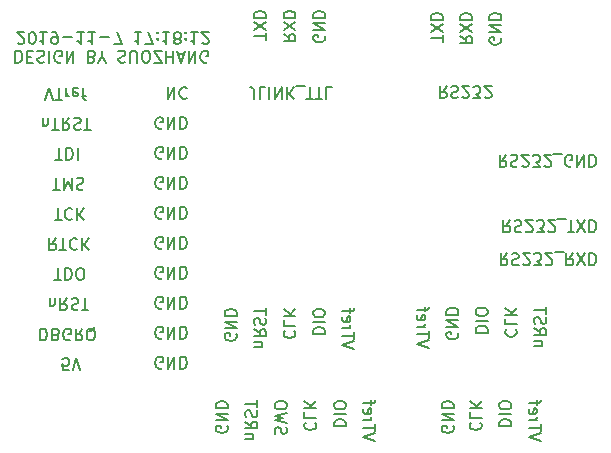
<source format=gbr>
%TF.GenerationSoftware,KiCad,Pcbnew,(5.1.4)-1*%
%TF.CreationDate,2019-11-11T10:46:24+08:00*%
%TF.ProjectId,jlink_vcom_to_rs232_adapter_plate,6a6c696e-6b5f-4766-936f-6d5f746f5f72,rev?*%
%TF.SameCoordinates,Original*%
%TF.FileFunction,Legend,Bot*%
%TF.FilePolarity,Positive*%
%FSLAX46Y46*%
G04 Gerber Fmt 4.6, Leading zero omitted, Abs format (unit mm)*
G04 Created by KiCad (PCBNEW (5.1.4)-1) date 2019-11-11 10:46:24*
%MOMM*%
%LPD*%
G04 APERTURE LIST*
%ADD10C,0.150000*%
G04 APERTURE END LIST*
D10*
X176643904Y-45632619D02*
X176977238Y-44632619D01*
X177310571Y-45632619D01*
X177501047Y-45632619D02*
X178072476Y-45632619D01*
X177786761Y-44632619D02*
X177786761Y-45632619D01*
X178405809Y-44632619D02*
X178405809Y-45299285D01*
X178405809Y-45108809D02*
X178453428Y-45204047D01*
X178501047Y-45251666D01*
X178596285Y-45299285D01*
X178691523Y-45299285D01*
X179405809Y-44680238D02*
X179310571Y-44632619D01*
X179120095Y-44632619D01*
X179024857Y-44680238D01*
X178977238Y-44775476D01*
X178977238Y-45156428D01*
X179024857Y-45251666D01*
X179120095Y-45299285D01*
X179310571Y-45299285D01*
X179405809Y-45251666D01*
X179453428Y-45156428D01*
X179453428Y-45061190D01*
X178977238Y-44965952D01*
X179739142Y-45299285D02*
X180120095Y-45299285D01*
X179882000Y-44632619D02*
X179882000Y-45489761D01*
X179929619Y-45585000D01*
X180024857Y-45632619D01*
X180120095Y-45632619D01*
X176455019Y-47844929D02*
X176455019Y-47178263D01*
X176455019Y-47749691D02*
X176502638Y-47797310D01*
X176597876Y-47844929D01*
X176740733Y-47844929D01*
X176835971Y-47797310D01*
X176883590Y-47702072D01*
X176883590Y-47178263D01*
X177216923Y-48178263D02*
X177788352Y-48178263D01*
X177502638Y-47178263D02*
X177502638Y-48178263D01*
X178693114Y-47178263D02*
X178359780Y-47654453D01*
X178121685Y-47178263D02*
X178121685Y-48178263D01*
X178502638Y-48178263D01*
X178597876Y-48130644D01*
X178645495Y-48083024D01*
X178693114Y-47987786D01*
X178693114Y-47844929D01*
X178645495Y-47749691D01*
X178597876Y-47702072D01*
X178502638Y-47654453D01*
X178121685Y-47654453D01*
X179074066Y-47225882D02*
X179216923Y-47178263D01*
X179455019Y-47178263D01*
X179550257Y-47225882D01*
X179597876Y-47273501D01*
X179645495Y-47368739D01*
X179645495Y-47463977D01*
X179597876Y-47559215D01*
X179550257Y-47606834D01*
X179455019Y-47654453D01*
X179264542Y-47702072D01*
X179169304Y-47749691D01*
X179121685Y-47797310D01*
X179074066Y-47892548D01*
X179074066Y-47987786D01*
X179121685Y-48083024D01*
X179169304Y-48130644D01*
X179264542Y-48178263D01*
X179502638Y-48178263D01*
X179645495Y-48130644D01*
X179931209Y-48178263D02*
X180502638Y-48178263D01*
X180216923Y-47178263D02*
X180216923Y-48178263D01*
X177510590Y-50723907D02*
X178082019Y-50723907D01*
X177796304Y-49723907D02*
X177796304Y-50723907D01*
X178415352Y-49723907D02*
X178415352Y-50723907D01*
X178653447Y-50723907D01*
X178796304Y-50676288D01*
X178891542Y-50581049D01*
X178939161Y-50485811D01*
X178986780Y-50295335D01*
X178986780Y-50152478D01*
X178939161Y-49962002D01*
X178891542Y-49866764D01*
X178796304Y-49771526D01*
X178653447Y-49723907D01*
X178415352Y-49723907D01*
X179415352Y-49723907D02*
X179415352Y-50723907D01*
X177302666Y-53269551D02*
X177874095Y-53269551D01*
X177588380Y-52269551D02*
X177588380Y-53269551D01*
X178207428Y-52269551D02*
X178207428Y-53269551D01*
X178540761Y-52555265D01*
X178874095Y-53269551D01*
X178874095Y-52269551D01*
X179302666Y-52317170D02*
X179445523Y-52269551D01*
X179683619Y-52269551D01*
X179778857Y-52317170D01*
X179826476Y-52364789D01*
X179874095Y-52460027D01*
X179874095Y-52555265D01*
X179826476Y-52650503D01*
X179778857Y-52698122D01*
X179683619Y-52745741D01*
X179493142Y-52793360D01*
X179397904Y-52840979D01*
X179350285Y-52888598D01*
X179302666Y-52983836D01*
X179302666Y-53079074D01*
X179350285Y-53174312D01*
X179397904Y-53221932D01*
X179493142Y-53269551D01*
X179731238Y-53269551D01*
X179874095Y-53221932D01*
X177451885Y-55815195D02*
X178023314Y-55815195D01*
X177737600Y-54815195D02*
X177737600Y-55815195D01*
X178928076Y-54910433D02*
X178880457Y-54862814D01*
X178737600Y-54815195D01*
X178642361Y-54815195D01*
X178499504Y-54862814D01*
X178404266Y-54958052D01*
X178356647Y-55053290D01*
X178309028Y-55243766D01*
X178309028Y-55386623D01*
X178356647Y-55577099D01*
X178404266Y-55672337D01*
X178499504Y-55767576D01*
X178642361Y-55815195D01*
X178737600Y-55815195D01*
X178880457Y-55767576D01*
X178928076Y-55719956D01*
X179356647Y-54815195D02*
X179356647Y-55815195D01*
X179928076Y-54815195D02*
X179499504Y-55386623D01*
X179928076Y-55815195D02*
X179356647Y-55243766D01*
X177564571Y-57360839D02*
X177231238Y-57837029D01*
X176993142Y-57360839D02*
X176993142Y-58360839D01*
X177374095Y-58360839D01*
X177469333Y-58313220D01*
X177516952Y-58265600D01*
X177564571Y-58170362D01*
X177564571Y-58027505D01*
X177516952Y-57932267D01*
X177469333Y-57884648D01*
X177374095Y-57837029D01*
X176993142Y-57837029D01*
X177850285Y-58360839D02*
X178421714Y-58360839D01*
X178136000Y-57360839D02*
X178136000Y-58360839D01*
X179326476Y-57456077D02*
X179278857Y-57408458D01*
X179136000Y-57360839D01*
X179040761Y-57360839D01*
X178897904Y-57408458D01*
X178802666Y-57503696D01*
X178755047Y-57598934D01*
X178707428Y-57789410D01*
X178707428Y-57932267D01*
X178755047Y-58122743D01*
X178802666Y-58217981D01*
X178897904Y-58313220D01*
X179040761Y-58360839D01*
X179136000Y-58360839D01*
X179278857Y-58313220D01*
X179326476Y-58265600D01*
X179755047Y-57360839D02*
X179755047Y-58360839D01*
X180326476Y-57360839D02*
X179897904Y-57932267D01*
X180326476Y-58360839D02*
X179755047Y-57789410D01*
X177428076Y-60906483D02*
X177999504Y-60906483D01*
X177713790Y-59906483D02*
X177713790Y-60906483D01*
X178332838Y-59906483D02*
X178332838Y-60906483D01*
X178570933Y-60906483D01*
X178713790Y-60858864D01*
X178809028Y-60763625D01*
X178856647Y-60668387D01*
X178904266Y-60477911D01*
X178904266Y-60335054D01*
X178856647Y-60144578D01*
X178809028Y-60049340D01*
X178713790Y-59954102D01*
X178570933Y-59906483D01*
X178332838Y-59906483D01*
X179523314Y-60906483D02*
X179713790Y-60906483D01*
X179809028Y-60858864D01*
X179904266Y-60763625D01*
X179951885Y-60573149D01*
X179951885Y-60239816D01*
X179904266Y-60049340D01*
X179809028Y-59954102D01*
X179713790Y-59906483D01*
X179523314Y-59906483D01*
X179428076Y-59954102D01*
X179332838Y-60049340D01*
X179285219Y-60239816D01*
X179285219Y-60573149D01*
X179332838Y-60763625D01*
X179428076Y-60858864D01*
X179523314Y-60906483D01*
X177013771Y-63118793D02*
X177013771Y-62452127D01*
X177013771Y-63023555D02*
X177061390Y-63071174D01*
X177156628Y-63118793D01*
X177299485Y-63118793D01*
X177394723Y-63071174D01*
X177442342Y-62975936D01*
X177442342Y-62452127D01*
X178489961Y-62452127D02*
X178156628Y-62928317D01*
X177918533Y-62452127D02*
X177918533Y-63452127D01*
X178299485Y-63452127D01*
X178394723Y-63404508D01*
X178442342Y-63356888D01*
X178489961Y-63261650D01*
X178489961Y-63118793D01*
X178442342Y-63023555D01*
X178394723Y-62975936D01*
X178299485Y-62928317D01*
X177918533Y-62928317D01*
X178870914Y-62499746D02*
X179013771Y-62452127D01*
X179251866Y-62452127D01*
X179347104Y-62499746D01*
X179394723Y-62547365D01*
X179442342Y-62642603D01*
X179442342Y-62737841D01*
X179394723Y-62833079D01*
X179347104Y-62880698D01*
X179251866Y-62928317D01*
X179061390Y-62975936D01*
X178966152Y-63023555D01*
X178918533Y-63071174D01*
X178870914Y-63166412D01*
X178870914Y-63261650D01*
X178918533Y-63356888D01*
X178966152Y-63404508D01*
X179061390Y-63452127D01*
X179299485Y-63452127D01*
X179442342Y-63404508D01*
X179728057Y-63452127D02*
X180299485Y-63452127D01*
X180013771Y-62452127D02*
X180013771Y-63452127D01*
X176223285Y-65028819D02*
X176223285Y-66028819D01*
X176461380Y-66028819D01*
X176604238Y-65981200D01*
X176699476Y-65885961D01*
X176747095Y-65790723D01*
X176794714Y-65600247D01*
X176794714Y-65457390D01*
X176747095Y-65266914D01*
X176699476Y-65171676D01*
X176604238Y-65076438D01*
X176461380Y-65028819D01*
X176223285Y-65028819D01*
X177556619Y-65552628D02*
X177699476Y-65505009D01*
X177747095Y-65457390D01*
X177794714Y-65362152D01*
X177794714Y-65219295D01*
X177747095Y-65124057D01*
X177699476Y-65076438D01*
X177604238Y-65028819D01*
X177223285Y-65028819D01*
X177223285Y-66028819D01*
X177556619Y-66028819D01*
X177651857Y-65981200D01*
X177699476Y-65933580D01*
X177747095Y-65838342D01*
X177747095Y-65743104D01*
X177699476Y-65647866D01*
X177651857Y-65600247D01*
X177556619Y-65552628D01*
X177223285Y-65552628D01*
X178747095Y-65981200D02*
X178651857Y-66028819D01*
X178509000Y-66028819D01*
X178366142Y-65981200D01*
X178270904Y-65885961D01*
X178223285Y-65790723D01*
X178175666Y-65600247D01*
X178175666Y-65457390D01*
X178223285Y-65266914D01*
X178270904Y-65171676D01*
X178366142Y-65076438D01*
X178509000Y-65028819D01*
X178604238Y-65028819D01*
X178747095Y-65076438D01*
X178794714Y-65124057D01*
X178794714Y-65457390D01*
X178604238Y-65457390D01*
X179794714Y-65028819D02*
X179461380Y-65505009D01*
X179223285Y-65028819D02*
X179223285Y-66028819D01*
X179604238Y-66028819D01*
X179699476Y-65981200D01*
X179747095Y-65933580D01*
X179794714Y-65838342D01*
X179794714Y-65695485D01*
X179747095Y-65600247D01*
X179699476Y-65552628D01*
X179604238Y-65505009D01*
X179223285Y-65505009D01*
X180889952Y-64933580D02*
X180794714Y-64981200D01*
X180699476Y-65076438D01*
X180556619Y-65219295D01*
X180461380Y-65266914D01*
X180366142Y-65266914D01*
X180413761Y-65028819D02*
X180318523Y-65076438D01*
X180223285Y-65171676D01*
X180175666Y-65362152D01*
X180175666Y-65695485D01*
X180223285Y-65885961D01*
X180318523Y-65981200D01*
X180413761Y-66028819D01*
X180604238Y-66028819D01*
X180699476Y-65981200D01*
X180794714Y-65885961D01*
X180842333Y-65695485D01*
X180842333Y-65362152D01*
X180794714Y-65171676D01*
X180699476Y-65076438D01*
X180604238Y-65028819D01*
X180413761Y-65028819D01*
X178623323Y-68543419D02*
X178147133Y-68543419D01*
X178099514Y-68067228D01*
X178147133Y-68114847D01*
X178242371Y-68162466D01*
X178480466Y-68162466D01*
X178575704Y-68114847D01*
X178623323Y-68067228D01*
X178670942Y-67971990D01*
X178670942Y-67733895D01*
X178623323Y-67638657D01*
X178575704Y-67591038D01*
X178480466Y-67543419D01*
X178242371Y-67543419D01*
X178147133Y-67591038D01*
X178099514Y-67638657D01*
X178956657Y-68543419D02*
X179289990Y-67543419D01*
X179623323Y-68543419D01*
X187011685Y-44573019D02*
X187011685Y-45573019D01*
X187583114Y-44573019D01*
X187583114Y-45573019D01*
X188630733Y-44668257D02*
X188583114Y-44620638D01*
X188440257Y-44573019D01*
X188345019Y-44573019D01*
X188202161Y-44620638D01*
X188106923Y-44715876D01*
X188059304Y-44811114D01*
X188011685Y-45001590D01*
X188011685Y-45144447D01*
X188059304Y-45334923D01*
X188106923Y-45430161D01*
X188202161Y-45525400D01*
X188345019Y-45573019D01*
X188440257Y-45573019D01*
X188583114Y-45525400D01*
X188630733Y-45477780D01*
X186535495Y-48062577D02*
X186440257Y-48110196D01*
X186297400Y-48110196D01*
X186154542Y-48062577D01*
X186059304Y-47967338D01*
X186011685Y-47872100D01*
X185964066Y-47681624D01*
X185964066Y-47538767D01*
X186011685Y-47348291D01*
X186059304Y-47253053D01*
X186154542Y-47157815D01*
X186297400Y-47110196D01*
X186392638Y-47110196D01*
X186535495Y-47157815D01*
X186583114Y-47205434D01*
X186583114Y-47538767D01*
X186392638Y-47538767D01*
X187011685Y-47110196D02*
X187011685Y-48110196D01*
X187583114Y-47110196D01*
X187583114Y-48110196D01*
X188059304Y-47110196D02*
X188059304Y-48110196D01*
X188297400Y-48110196D01*
X188440257Y-48062577D01*
X188535495Y-47967338D01*
X188583114Y-47872100D01*
X188630733Y-47681624D01*
X188630733Y-47538767D01*
X188583114Y-47348291D01*
X188535495Y-47253053D01*
X188440257Y-47157815D01*
X188297400Y-47110196D01*
X188059304Y-47110196D01*
X186535495Y-50599754D02*
X186440257Y-50647373D01*
X186297400Y-50647373D01*
X186154542Y-50599754D01*
X186059304Y-50504515D01*
X186011685Y-50409277D01*
X185964066Y-50218801D01*
X185964066Y-50075944D01*
X186011685Y-49885468D01*
X186059304Y-49790230D01*
X186154542Y-49694992D01*
X186297400Y-49647373D01*
X186392638Y-49647373D01*
X186535495Y-49694992D01*
X186583114Y-49742611D01*
X186583114Y-50075944D01*
X186392638Y-50075944D01*
X187011685Y-49647373D02*
X187011685Y-50647373D01*
X187583114Y-49647373D01*
X187583114Y-50647373D01*
X188059304Y-49647373D02*
X188059304Y-50647373D01*
X188297400Y-50647373D01*
X188440257Y-50599754D01*
X188535495Y-50504515D01*
X188583114Y-50409277D01*
X188630733Y-50218801D01*
X188630733Y-50075944D01*
X188583114Y-49885468D01*
X188535495Y-49790230D01*
X188440257Y-49694992D01*
X188297400Y-49647373D01*
X188059304Y-49647373D01*
X186535495Y-53136931D02*
X186440257Y-53184550D01*
X186297400Y-53184550D01*
X186154542Y-53136931D01*
X186059304Y-53041692D01*
X186011685Y-52946454D01*
X185964066Y-52755978D01*
X185964066Y-52613121D01*
X186011685Y-52422645D01*
X186059304Y-52327407D01*
X186154542Y-52232169D01*
X186297400Y-52184550D01*
X186392638Y-52184550D01*
X186535495Y-52232169D01*
X186583114Y-52279788D01*
X186583114Y-52613121D01*
X186392638Y-52613121D01*
X187011685Y-52184550D02*
X187011685Y-53184550D01*
X187583114Y-52184550D01*
X187583114Y-53184550D01*
X188059304Y-52184550D02*
X188059304Y-53184550D01*
X188297400Y-53184550D01*
X188440257Y-53136931D01*
X188535495Y-53041692D01*
X188583114Y-52946454D01*
X188630733Y-52755978D01*
X188630733Y-52613121D01*
X188583114Y-52422645D01*
X188535495Y-52327407D01*
X188440257Y-52232169D01*
X188297400Y-52184550D01*
X188059304Y-52184550D01*
X186535495Y-55674108D02*
X186440257Y-55721727D01*
X186297400Y-55721727D01*
X186154542Y-55674108D01*
X186059304Y-55578869D01*
X186011685Y-55483631D01*
X185964066Y-55293155D01*
X185964066Y-55150298D01*
X186011685Y-54959822D01*
X186059304Y-54864584D01*
X186154542Y-54769346D01*
X186297400Y-54721727D01*
X186392638Y-54721727D01*
X186535495Y-54769346D01*
X186583114Y-54816965D01*
X186583114Y-55150298D01*
X186392638Y-55150298D01*
X187011685Y-54721727D02*
X187011685Y-55721727D01*
X187583114Y-54721727D01*
X187583114Y-55721727D01*
X188059304Y-54721727D02*
X188059304Y-55721727D01*
X188297400Y-55721727D01*
X188440257Y-55674108D01*
X188535495Y-55578869D01*
X188583114Y-55483631D01*
X188630733Y-55293155D01*
X188630733Y-55150298D01*
X188583114Y-54959822D01*
X188535495Y-54864584D01*
X188440257Y-54769346D01*
X188297400Y-54721727D01*
X188059304Y-54721727D01*
X186535495Y-58211285D02*
X186440257Y-58258904D01*
X186297400Y-58258904D01*
X186154542Y-58211285D01*
X186059304Y-58116046D01*
X186011685Y-58020808D01*
X185964066Y-57830332D01*
X185964066Y-57687475D01*
X186011685Y-57496999D01*
X186059304Y-57401761D01*
X186154542Y-57306523D01*
X186297400Y-57258904D01*
X186392638Y-57258904D01*
X186535495Y-57306523D01*
X186583114Y-57354142D01*
X186583114Y-57687475D01*
X186392638Y-57687475D01*
X187011685Y-57258904D02*
X187011685Y-58258904D01*
X187583114Y-57258904D01*
X187583114Y-58258904D01*
X188059304Y-57258904D02*
X188059304Y-58258904D01*
X188297400Y-58258904D01*
X188440257Y-58211285D01*
X188535495Y-58116046D01*
X188583114Y-58020808D01*
X188630733Y-57830332D01*
X188630733Y-57687475D01*
X188583114Y-57496999D01*
X188535495Y-57401761D01*
X188440257Y-57306523D01*
X188297400Y-57258904D01*
X188059304Y-57258904D01*
X186535495Y-60748462D02*
X186440257Y-60796081D01*
X186297400Y-60796081D01*
X186154542Y-60748462D01*
X186059304Y-60653223D01*
X186011685Y-60557985D01*
X185964066Y-60367509D01*
X185964066Y-60224652D01*
X186011685Y-60034176D01*
X186059304Y-59938938D01*
X186154542Y-59843700D01*
X186297400Y-59796081D01*
X186392638Y-59796081D01*
X186535495Y-59843700D01*
X186583114Y-59891319D01*
X186583114Y-60224652D01*
X186392638Y-60224652D01*
X187011685Y-59796081D02*
X187011685Y-60796081D01*
X187583114Y-59796081D01*
X187583114Y-60796081D01*
X188059304Y-59796081D02*
X188059304Y-60796081D01*
X188297400Y-60796081D01*
X188440257Y-60748462D01*
X188535495Y-60653223D01*
X188583114Y-60557985D01*
X188630733Y-60367509D01*
X188630733Y-60224652D01*
X188583114Y-60034176D01*
X188535495Y-59938938D01*
X188440257Y-59843700D01*
X188297400Y-59796081D01*
X188059304Y-59796081D01*
X186535495Y-63285639D02*
X186440257Y-63333258D01*
X186297400Y-63333258D01*
X186154542Y-63285639D01*
X186059304Y-63190400D01*
X186011685Y-63095162D01*
X185964066Y-62904686D01*
X185964066Y-62761829D01*
X186011685Y-62571353D01*
X186059304Y-62476115D01*
X186154542Y-62380877D01*
X186297400Y-62333258D01*
X186392638Y-62333258D01*
X186535495Y-62380877D01*
X186583114Y-62428496D01*
X186583114Y-62761829D01*
X186392638Y-62761829D01*
X187011685Y-62333258D02*
X187011685Y-63333258D01*
X187583114Y-62333258D01*
X187583114Y-63333258D01*
X188059304Y-62333258D02*
X188059304Y-63333258D01*
X188297400Y-63333258D01*
X188440257Y-63285639D01*
X188535495Y-63190400D01*
X188583114Y-63095162D01*
X188630733Y-62904686D01*
X188630733Y-62761829D01*
X188583114Y-62571353D01*
X188535495Y-62476115D01*
X188440257Y-62380877D01*
X188297400Y-62333258D01*
X188059304Y-62333258D01*
X186535495Y-65822816D02*
X186440257Y-65870435D01*
X186297400Y-65870435D01*
X186154542Y-65822816D01*
X186059304Y-65727577D01*
X186011685Y-65632339D01*
X185964066Y-65441863D01*
X185964066Y-65299006D01*
X186011685Y-65108530D01*
X186059304Y-65013292D01*
X186154542Y-64918054D01*
X186297400Y-64870435D01*
X186392638Y-64870435D01*
X186535495Y-64918054D01*
X186583114Y-64965673D01*
X186583114Y-65299006D01*
X186392638Y-65299006D01*
X187011685Y-64870435D02*
X187011685Y-65870435D01*
X187583114Y-64870435D01*
X187583114Y-65870435D01*
X188059304Y-64870435D02*
X188059304Y-65870435D01*
X188297400Y-65870435D01*
X188440257Y-65822816D01*
X188535495Y-65727577D01*
X188583114Y-65632339D01*
X188630733Y-65441863D01*
X188630733Y-65299006D01*
X188583114Y-65108530D01*
X188535495Y-65013292D01*
X188440257Y-64918054D01*
X188297400Y-64870435D01*
X188059304Y-64870435D01*
X186535495Y-68360000D02*
X186440257Y-68407619D01*
X186297400Y-68407619D01*
X186154542Y-68360000D01*
X186059304Y-68264761D01*
X186011685Y-68169523D01*
X185964066Y-67979047D01*
X185964066Y-67836190D01*
X186011685Y-67645714D01*
X186059304Y-67550476D01*
X186154542Y-67455238D01*
X186297400Y-67407619D01*
X186392638Y-67407619D01*
X186535495Y-67455238D01*
X186583114Y-67502857D01*
X186583114Y-67836190D01*
X186392638Y-67836190D01*
X187011685Y-67407619D02*
X187011685Y-68407619D01*
X187583114Y-67407619D01*
X187583114Y-68407619D01*
X188059304Y-67407619D02*
X188059304Y-68407619D01*
X188297400Y-68407619D01*
X188440257Y-68360000D01*
X188535495Y-68264761D01*
X188583114Y-68169523D01*
X188630733Y-67979047D01*
X188630733Y-67836190D01*
X188583114Y-67645714D01*
X188535495Y-67550476D01*
X188440257Y-67455238D01*
X188297400Y-67407619D01*
X188059304Y-67407619D01*
X174299961Y-40838380D02*
X174347580Y-40886000D01*
X174442819Y-40933619D01*
X174680914Y-40933619D01*
X174776152Y-40886000D01*
X174823771Y-40838380D01*
X174871390Y-40743142D01*
X174871390Y-40647904D01*
X174823771Y-40505047D01*
X174252342Y-39933619D01*
X174871390Y-39933619D01*
X175490438Y-40933619D02*
X175585676Y-40933619D01*
X175680914Y-40886000D01*
X175728533Y-40838380D01*
X175776152Y-40743142D01*
X175823771Y-40552666D01*
X175823771Y-40314571D01*
X175776152Y-40124095D01*
X175728533Y-40028857D01*
X175680914Y-39981238D01*
X175585676Y-39933619D01*
X175490438Y-39933619D01*
X175395200Y-39981238D01*
X175347580Y-40028857D01*
X175299961Y-40124095D01*
X175252342Y-40314571D01*
X175252342Y-40552666D01*
X175299961Y-40743142D01*
X175347580Y-40838380D01*
X175395200Y-40886000D01*
X175490438Y-40933619D01*
X176776152Y-39933619D02*
X176204723Y-39933619D01*
X176490438Y-39933619D02*
X176490438Y-40933619D01*
X176395200Y-40790761D01*
X176299961Y-40695523D01*
X176204723Y-40647904D01*
X177252342Y-39933619D02*
X177442819Y-39933619D01*
X177538057Y-39981238D01*
X177585676Y-40028857D01*
X177680914Y-40171714D01*
X177728533Y-40362190D01*
X177728533Y-40743142D01*
X177680914Y-40838380D01*
X177633295Y-40886000D01*
X177538057Y-40933619D01*
X177347580Y-40933619D01*
X177252342Y-40886000D01*
X177204723Y-40838380D01*
X177157104Y-40743142D01*
X177157104Y-40505047D01*
X177204723Y-40409809D01*
X177252342Y-40362190D01*
X177347580Y-40314571D01*
X177538057Y-40314571D01*
X177633295Y-40362190D01*
X177680914Y-40409809D01*
X177728533Y-40505047D01*
X178157104Y-40314571D02*
X178919009Y-40314571D01*
X179919009Y-39933619D02*
X179347580Y-39933619D01*
X179633295Y-39933619D02*
X179633295Y-40933619D01*
X179538057Y-40790761D01*
X179442819Y-40695523D01*
X179347580Y-40647904D01*
X180871390Y-39933619D02*
X180299961Y-39933619D01*
X180585676Y-39933619D02*
X180585676Y-40933619D01*
X180490438Y-40790761D01*
X180395200Y-40695523D01*
X180299961Y-40647904D01*
X181299961Y-40314571D02*
X182061866Y-40314571D01*
X182442819Y-40933619D02*
X183109485Y-40933619D01*
X182680914Y-39933619D01*
X184776152Y-39933619D02*
X184204723Y-39933619D01*
X184490438Y-39933619D02*
X184490438Y-40933619D01*
X184395200Y-40790761D01*
X184299961Y-40695523D01*
X184204723Y-40647904D01*
X185109485Y-40933619D02*
X185776152Y-40933619D01*
X185347580Y-39933619D01*
X186157104Y-40028857D02*
X186204723Y-39981238D01*
X186157104Y-39933619D01*
X186109485Y-39981238D01*
X186157104Y-40028857D01*
X186157104Y-39933619D01*
X186157104Y-40552666D02*
X186204723Y-40505047D01*
X186157104Y-40457428D01*
X186109485Y-40505047D01*
X186157104Y-40552666D01*
X186157104Y-40457428D01*
X187157104Y-39933619D02*
X186585676Y-39933619D01*
X186871390Y-39933619D02*
X186871390Y-40933619D01*
X186776152Y-40790761D01*
X186680914Y-40695523D01*
X186585676Y-40647904D01*
X187728533Y-40505047D02*
X187633295Y-40552666D01*
X187585676Y-40600285D01*
X187538057Y-40695523D01*
X187538057Y-40743142D01*
X187585676Y-40838380D01*
X187633295Y-40886000D01*
X187728533Y-40933619D01*
X187919009Y-40933619D01*
X188014247Y-40886000D01*
X188061866Y-40838380D01*
X188109485Y-40743142D01*
X188109485Y-40695523D01*
X188061866Y-40600285D01*
X188014247Y-40552666D01*
X187919009Y-40505047D01*
X187728533Y-40505047D01*
X187633295Y-40457428D01*
X187585676Y-40409809D01*
X187538057Y-40314571D01*
X187538057Y-40124095D01*
X187585676Y-40028857D01*
X187633295Y-39981238D01*
X187728533Y-39933619D01*
X187919009Y-39933619D01*
X188014247Y-39981238D01*
X188061866Y-40028857D01*
X188109485Y-40124095D01*
X188109485Y-40314571D01*
X188061866Y-40409809D01*
X188014247Y-40457428D01*
X187919009Y-40505047D01*
X188538057Y-40028857D02*
X188585676Y-39981238D01*
X188538057Y-39933619D01*
X188490438Y-39981238D01*
X188538057Y-40028857D01*
X188538057Y-39933619D01*
X188538057Y-40552666D02*
X188585676Y-40505047D01*
X188538057Y-40457428D01*
X188490438Y-40505047D01*
X188538057Y-40552666D01*
X188538057Y-40457428D01*
X189538057Y-39933619D02*
X188966628Y-39933619D01*
X189252342Y-39933619D02*
X189252342Y-40933619D01*
X189157104Y-40790761D01*
X189061866Y-40695523D01*
X188966628Y-40647904D01*
X189919009Y-40838380D02*
X189966628Y-40886000D01*
X190061866Y-40933619D01*
X190299961Y-40933619D01*
X190395200Y-40886000D01*
X190442819Y-40838380D01*
X190490438Y-40743142D01*
X190490438Y-40647904D01*
X190442819Y-40505047D01*
X189871390Y-39933619D01*
X190490438Y-39933619D01*
X174123752Y-41508419D02*
X174123752Y-42508419D01*
X174361847Y-42508419D01*
X174504704Y-42460800D01*
X174599942Y-42365561D01*
X174647561Y-42270323D01*
X174695180Y-42079847D01*
X174695180Y-41936990D01*
X174647561Y-41746514D01*
X174599942Y-41651276D01*
X174504704Y-41556038D01*
X174361847Y-41508419D01*
X174123752Y-41508419D01*
X175123752Y-42032228D02*
X175457085Y-42032228D01*
X175599942Y-41508419D02*
X175123752Y-41508419D01*
X175123752Y-42508419D01*
X175599942Y-42508419D01*
X175980895Y-41556038D02*
X176123752Y-41508419D01*
X176361847Y-41508419D01*
X176457085Y-41556038D01*
X176504704Y-41603657D01*
X176552323Y-41698895D01*
X176552323Y-41794133D01*
X176504704Y-41889371D01*
X176457085Y-41936990D01*
X176361847Y-41984609D01*
X176171371Y-42032228D01*
X176076133Y-42079847D01*
X176028514Y-42127466D01*
X175980895Y-42222704D01*
X175980895Y-42317942D01*
X176028514Y-42413180D01*
X176076133Y-42460800D01*
X176171371Y-42508419D01*
X176409466Y-42508419D01*
X176552323Y-42460800D01*
X176980895Y-41508419D02*
X176980895Y-42508419D01*
X177980895Y-42460800D02*
X177885657Y-42508419D01*
X177742800Y-42508419D01*
X177599942Y-42460800D01*
X177504704Y-42365561D01*
X177457085Y-42270323D01*
X177409466Y-42079847D01*
X177409466Y-41936990D01*
X177457085Y-41746514D01*
X177504704Y-41651276D01*
X177599942Y-41556038D01*
X177742800Y-41508419D01*
X177838038Y-41508419D01*
X177980895Y-41556038D01*
X178028514Y-41603657D01*
X178028514Y-41936990D01*
X177838038Y-41936990D01*
X178457085Y-41508419D02*
X178457085Y-42508419D01*
X179028514Y-41508419D01*
X179028514Y-42508419D01*
X180599942Y-42032228D02*
X180742800Y-41984609D01*
X180790419Y-41936990D01*
X180838038Y-41841752D01*
X180838038Y-41698895D01*
X180790419Y-41603657D01*
X180742800Y-41556038D01*
X180647561Y-41508419D01*
X180266609Y-41508419D01*
X180266609Y-42508419D01*
X180599942Y-42508419D01*
X180695180Y-42460800D01*
X180742800Y-42413180D01*
X180790419Y-42317942D01*
X180790419Y-42222704D01*
X180742800Y-42127466D01*
X180695180Y-42079847D01*
X180599942Y-42032228D01*
X180266609Y-42032228D01*
X181457085Y-41984609D02*
X181457085Y-41508419D01*
X181123752Y-42508419D02*
X181457085Y-41984609D01*
X181790419Y-42508419D01*
X182838038Y-41556038D02*
X182980895Y-41508419D01*
X183218990Y-41508419D01*
X183314228Y-41556038D01*
X183361847Y-41603657D01*
X183409466Y-41698895D01*
X183409466Y-41794133D01*
X183361847Y-41889371D01*
X183314228Y-41936990D01*
X183218990Y-41984609D01*
X183028514Y-42032228D01*
X182933276Y-42079847D01*
X182885657Y-42127466D01*
X182838038Y-42222704D01*
X182838038Y-42317942D01*
X182885657Y-42413180D01*
X182933276Y-42460800D01*
X183028514Y-42508419D01*
X183266609Y-42508419D01*
X183409466Y-42460800D01*
X183838038Y-42508419D02*
X183838038Y-41698895D01*
X183885657Y-41603657D01*
X183933276Y-41556038D01*
X184028514Y-41508419D01*
X184218990Y-41508419D01*
X184314228Y-41556038D01*
X184361847Y-41603657D01*
X184409466Y-41698895D01*
X184409466Y-42508419D01*
X185076133Y-42508419D02*
X185266609Y-42508419D01*
X185361847Y-42460800D01*
X185457085Y-42365561D01*
X185504704Y-42175085D01*
X185504704Y-41841752D01*
X185457085Y-41651276D01*
X185361847Y-41556038D01*
X185266609Y-41508419D01*
X185076133Y-41508419D01*
X184980895Y-41556038D01*
X184885657Y-41651276D01*
X184838038Y-41841752D01*
X184838038Y-42175085D01*
X184885657Y-42365561D01*
X184980895Y-42460800D01*
X185076133Y-42508419D01*
X185838038Y-42508419D02*
X186504704Y-42508419D01*
X185838038Y-41508419D01*
X186504704Y-41508419D01*
X186885657Y-41508419D02*
X186885657Y-42508419D01*
X186885657Y-42032228D02*
X187457085Y-42032228D01*
X187457085Y-41508419D02*
X187457085Y-42508419D01*
X187885657Y-41794133D02*
X188361847Y-41794133D01*
X187790419Y-41508419D02*
X188123752Y-42508419D01*
X188457085Y-41508419D01*
X188790419Y-41508419D02*
X188790419Y-42508419D01*
X189361847Y-41508419D01*
X189361847Y-42508419D01*
X190361847Y-42460800D02*
X190266609Y-42508419D01*
X190123752Y-42508419D01*
X189980895Y-42460800D01*
X189885657Y-42365561D01*
X189838038Y-42270323D01*
X189790419Y-42079847D01*
X189790419Y-41936990D01*
X189838038Y-41746514D01*
X189885657Y-41651276D01*
X189980895Y-41556038D01*
X190123752Y-41508419D01*
X190218990Y-41508419D01*
X190361847Y-41556038D01*
X190409466Y-41603657D01*
X190409466Y-41936990D01*
X190218990Y-41936990D01*
X215677581Y-50322219D02*
X215344247Y-50798409D01*
X215106152Y-50322219D02*
X215106152Y-51322219D01*
X215487104Y-51322219D01*
X215582342Y-51274600D01*
X215629961Y-51226980D01*
X215677581Y-51131742D01*
X215677581Y-50988885D01*
X215629961Y-50893647D01*
X215582342Y-50846028D01*
X215487104Y-50798409D01*
X215106152Y-50798409D01*
X216058533Y-50369838D02*
X216201390Y-50322219D01*
X216439485Y-50322219D01*
X216534723Y-50369838D01*
X216582342Y-50417457D01*
X216629961Y-50512695D01*
X216629961Y-50607933D01*
X216582342Y-50703171D01*
X216534723Y-50750790D01*
X216439485Y-50798409D01*
X216249009Y-50846028D01*
X216153771Y-50893647D01*
X216106152Y-50941266D01*
X216058533Y-51036504D01*
X216058533Y-51131742D01*
X216106152Y-51226980D01*
X216153771Y-51274600D01*
X216249009Y-51322219D01*
X216487104Y-51322219D01*
X216629961Y-51274600D01*
X217010914Y-51226980D02*
X217058533Y-51274600D01*
X217153771Y-51322219D01*
X217391866Y-51322219D01*
X217487104Y-51274600D01*
X217534723Y-51226980D01*
X217582342Y-51131742D01*
X217582342Y-51036504D01*
X217534723Y-50893647D01*
X216963295Y-50322219D01*
X217582342Y-50322219D01*
X217915676Y-51322219D02*
X218534723Y-51322219D01*
X218201390Y-50941266D01*
X218344247Y-50941266D01*
X218439485Y-50893647D01*
X218487104Y-50846028D01*
X218534723Y-50750790D01*
X218534723Y-50512695D01*
X218487104Y-50417457D01*
X218439485Y-50369838D01*
X218344247Y-50322219D01*
X218058533Y-50322219D01*
X217963295Y-50369838D01*
X217915676Y-50417457D01*
X218915676Y-51226980D02*
X218963295Y-51274600D01*
X219058533Y-51322219D01*
X219296628Y-51322219D01*
X219391866Y-51274600D01*
X219439485Y-51226980D01*
X219487104Y-51131742D01*
X219487104Y-51036504D01*
X219439485Y-50893647D01*
X218868057Y-50322219D01*
X219487104Y-50322219D01*
X219677581Y-50226980D02*
X220439485Y-50226980D01*
X221201390Y-51274600D02*
X221106152Y-51322219D01*
X220963295Y-51322219D01*
X220820438Y-51274600D01*
X220725200Y-51179361D01*
X220677581Y-51084123D01*
X220629961Y-50893647D01*
X220629961Y-50750790D01*
X220677581Y-50560314D01*
X220725200Y-50465076D01*
X220820438Y-50369838D01*
X220963295Y-50322219D01*
X221058533Y-50322219D01*
X221201390Y-50369838D01*
X221249009Y-50417457D01*
X221249009Y-50750790D01*
X221058533Y-50750790D01*
X221677581Y-50322219D02*
X221677581Y-51322219D01*
X222249009Y-50322219D01*
X222249009Y-51322219D01*
X222725200Y-50322219D02*
X222725200Y-51322219D01*
X222963295Y-51322219D01*
X223106152Y-51274600D01*
X223201390Y-51179361D01*
X223249009Y-51084123D01*
X223296628Y-50893647D01*
X223296628Y-50750790D01*
X223249009Y-50560314D01*
X223201390Y-50465076D01*
X223106152Y-50369838D01*
X222963295Y-50322219D01*
X222725200Y-50322219D01*
X215772819Y-58653419D02*
X215439485Y-59129609D01*
X215201390Y-58653419D02*
X215201390Y-59653419D01*
X215582342Y-59653419D01*
X215677580Y-59605800D01*
X215725200Y-59558180D01*
X215772819Y-59462942D01*
X215772819Y-59320085D01*
X215725200Y-59224847D01*
X215677580Y-59177228D01*
X215582342Y-59129609D01*
X215201390Y-59129609D01*
X216153771Y-58701038D02*
X216296628Y-58653419D01*
X216534723Y-58653419D01*
X216629961Y-58701038D01*
X216677580Y-58748657D01*
X216725200Y-58843895D01*
X216725200Y-58939133D01*
X216677580Y-59034371D01*
X216629961Y-59081990D01*
X216534723Y-59129609D01*
X216344247Y-59177228D01*
X216249009Y-59224847D01*
X216201390Y-59272466D01*
X216153771Y-59367704D01*
X216153771Y-59462942D01*
X216201390Y-59558180D01*
X216249009Y-59605800D01*
X216344247Y-59653419D01*
X216582342Y-59653419D01*
X216725200Y-59605800D01*
X217106152Y-59558180D02*
X217153771Y-59605800D01*
X217249009Y-59653419D01*
X217487104Y-59653419D01*
X217582342Y-59605800D01*
X217629961Y-59558180D01*
X217677580Y-59462942D01*
X217677580Y-59367704D01*
X217629961Y-59224847D01*
X217058533Y-58653419D01*
X217677580Y-58653419D01*
X218010914Y-59653419D02*
X218629961Y-59653419D01*
X218296628Y-59272466D01*
X218439485Y-59272466D01*
X218534723Y-59224847D01*
X218582342Y-59177228D01*
X218629961Y-59081990D01*
X218629961Y-58843895D01*
X218582342Y-58748657D01*
X218534723Y-58701038D01*
X218439485Y-58653419D01*
X218153771Y-58653419D01*
X218058533Y-58701038D01*
X218010914Y-58748657D01*
X219010914Y-59558180D02*
X219058533Y-59605800D01*
X219153771Y-59653419D01*
X219391866Y-59653419D01*
X219487104Y-59605800D01*
X219534723Y-59558180D01*
X219582342Y-59462942D01*
X219582342Y-59367704D01*
X219534723Y-59224847D01*
X218963295Y-58653419D01*
X219582342Y-58653419D01*
X219772819Y-58558180D02*
X220534723Y-58558180D01*
X221344247Y-58653419D02*
X221010914Y-59129609D01*
X220772819Y-58653419D02*
X220772819Y-59653419D01*
X221153771Y-59653419D01*
X221249009Y-59605800D01*
X221296628Y-59558180D01*
X221344247Y-59462942D01*
X221344247Y-59320085D01*
X221296628Y-59224847D01*
X221249009Y-59177228D01*
X221153771Y-59129609D01*
X220772819Y-59129609D01*
X221677580Y-59653419D02*
X222344247Y-58653419D01*
X222344247Y-59653419D02*
X221677580Y-58653419D01*
X222725200Y-58653419D02*
X222725200Y-59653419D01*
X222963295Y-59653419D01*
X223106152Y-59605800D01*
X223201390Y-59510561D01*
X223249009Y-59415323D01*
X223296628Y-59224847D01*
X223296628Y-59081990D01*
X223249009Y-58891514D01*
X223201390Y-58796276D01*
X223106152Y-58701038D01*
X222963295Y-58653419D01*
X222725200Y-58653419D01*
X216010914Y-55859419D02*
X215677581Y-56335609D01*
X215439486Y-55859419D02*
X215439486Y-56859419D01*
X215820438Y-56859419D01*
X215915676Y-56811800D01*
X215963295Y-56764180D01*
X216010914Y-56668942D01*
X216010914Y-56526085D01*
X215963295Y-56430847D01*
X215915676Y-56383228D01*
X215820438Y-56335609D01*
X215439486Y-56335609D01*
X216391867Y-55907038D02*
X216534724Y-55859419D01*
X216772819Y-55859419D01*
X216868057Y-55907038D01*
X216915676Y-55954657D01*
X216963295Y-56049895D01*
X216963295Y-56145133D01*
X216915676Y-56240371D01*
X216868057Y-56287990D01*
X216772819Y-56335609D01*
X216582343Y-56383228D01*
X216487105Y-56430847D01*
X216439486Y-56478466D01*
X216391867Y-56573704D01*
X216391867Y-56668942D01*
X216439486Y-56764180D01*
X216487105Y-56811800D01*
X216582343Y-56859419D01*
X216820438Y-56859419D01*
X216963295Y-56811800D01*
X217344248Y-56764180D02*
X217391867Y-56811800D01*
X217487105Y-56859419D01*
X217725200Y-56859419D01*
X217820438Y-56811800D01*
X217868057Y-56764180D01*
X217915676Y-56668942D01*
X217915676Y-56573704D01*
X217868057Y-56430847D01*
X217296628Y-55859419D01*
X217915676Y-55859419D01*
X218249009Y-56859419D02*
X218868057Y-56859419D01*
X218534724Y-56478466D01*
X218677581Y-56478466D01*
X218772819Y-56430847D01*
X218820438Y-56383228D01*
X218868057Y-56287990D01*
X218868057Y-56049895D01*
X218820438Y-55954657D01*
X218772819Y-55907038D01*
X218677581Y-55859419D01*
X218391867Y-55859419D01*
X218296628Y-55907038D01*
X218249009Y-55954657D01*
X219249009Y-56764180D02*
X219296628Y-56811800D01*
X219391867Y-56859419D01*
X219629962Y-56859419D01*
X219725200Y-56811800D01*
X219772819Y-56764180D01*
X219820438Y-56668942D01*
X219820438Y-56573704D01*
X219772819Y-56430847D01*
X219201390Y-55859419D01*
X219820438Y-55859419D01*
X220010914Y-55764180D02*
X220772819Y-55764180D01*
X220868057Y-56859419D02*
X221439486Y-56859419D01*
X221153771Y-55859419D02*
X221153771Y-56859419D01*
X221677581Y-56859419D02*
X222344248Y-55859419D01*
X222344248Y-56859419D02*
X221677581Y-55859419D01*
X222725200Y-55859419D02*
X222725200Y-56859419D01*
X222963295Y-56859419D01*
X223106152Y-56811800D01*
X223201390Y-56716561D01*
X223249009Y-56621323D01*
X223296628Y-56430847D01*
X223296628Y-56287990D01*
X223249009Y-56097514D01*
X223201390Y-56002276D01*
X223106152Y-55907038D01*
X222963295Y-55859419D01*
X222725200Y-55859419D01*
X210619561Y-44505619D02*
X210286228Y-44981809D01*
X210048133Y-44505619D02*
X210048133Y-45505619D01*
X210429085Y-45505619D01*
X210524323Y-45458000D01*
X210571942Y-45410380D01*
X210619561Y-45315142D01*
X210619561Y-45172285D01*
X210571942Y-45077047D01*
X210524323Y-45029428D01*
X210429085Y-44981809D01*
X210048133Y-44981809D01*
X211000514Y-44553238D02*
X211143371Y-44505619D01*
X211381466Y-44505619D01*
X211476704Y-44553238D01*
X211524323Y-44600857D01*
X211571942Y-44696095D01*
X211571942Y-44791333D01*
X211524323Y-44886571D01*
X211476704Y-44934190D01*
X211381466Y-44981809D01*
X211190990Y-45029428D01*
X211095752Y-45077047D01*
X211048133Y-45124666D01*
X211000514Y-45219904D01*
X211000514Y-45315142D01*
X211048133Y-45410380D01*
X211095752Y-45458000D01*
X211190990Y-45505619D01*
X211429085Y-45505619D01*
X211571942Y-45458000D01*
X211952895Y-45410380D02*
X212000514Y-45458000D01*
X212095752Y-45505619D01*
X212333847Y-45505619D01*
X212429085Y-45458000D01*
X212476704Y-45410380D01*
X212524323Y-45315142D01*
X212524323Y-45219904D01*
X212476704Y-45077047D01*
X211905276Y-44505619D01*
X212524323Y-44505619D01*
X212857657Y-45505619D02*
X213476704Y-45505619D01*
X213143371Y-45124666D01*
X213286228Y-45124666D01*
X213381466Y-45077047D01*
X213429085Y-45029428D01*
X213476704Y-44934190D01*
X213476704Y-44696095D01*
X213429085Y-44600857D01*
X213381466Y-44553238D01*
X213286228Y-44505619D01*
X213000514Y-44505619D01*
X212905276Y-44553238D01*
X212857657Y-44600857D01*
X213857657Y-45410380D02*
X213905276Y-45458000D01*
X214000514Y-45505619D01*
X214238609Y-45505619D01*
X214333847Y-45458000D01*
X214381466Y-45410380D01*
X214429085Y-45315142D01*
X214429085Y-45219904D01*
X214381466Y-45077047D01*
X213810038Y-44505619D01*
X214429085Y-44505619D01*
X194335171Y-45581819D02*
X194335171Y-44867533D01*
X194287552Y-44724676D01*
X194192314Y-44629438D01*
X194049457Y-44581819D01*
X193954219Y-44581819D01*
X195287552Y-44581819D02*
X194811361Y-44581819D01*
X194811361Y-45581819D01*
X195620885Y-44581819D02*
X195620885Y-45581819D01*
X196097076Y-44581819D02*
X196097076Y-45581819D01*
X196668504Y-44581819D01*
X196668504Y-45581819D01*
X197144695Y-44581819D02*
X197144695Y-45581819D01*
X197716123Y-44581819D02*
X197287552Y-45153247D01*
X197716123Y-45581819D02*
X197144695Y-45010390D01*
X197906600Y-44486580D02*
X198668504Y-44486580D01*
X198763742Y-45581819D02*
X199335171Y-45581819D01*
X199049457Y-44581819D02*
X199049457Y-45581819D01*
X199525647Y-45581819D02*
X200097076Y-45581819D01*
X199811361Y-44581819D02*
X199811361Y-45581819D01*
X200906600Y-44581819D02*
X200430409Y-44581819D01*
X200430409Y-45581819D01*
X215204000Y-40411304D02*
X215251619Y-40506542D01*
X215251619Y-40649400D01*
X215204000Y-40792257D01*
X215108761Y-40887495D01*
X215013523Y-40935114D01*
X214823047Y-40982733D01*
X214680190Y-40982733D01*
X214489714Y-40935114D01*
X214394476Y-40887495D01*
X214299238Y-40792257D01*
X214251619Y-40649400D01*
X214251619Y-40554161D01*
X214299238Y-40411304D01*
X214346857Y-40363685D01*
X214680190Y-40363685D01*
X214680190Y-40554161D01*
X214251619Y-39935114D02*
X215251619Y-39935114D01*
X214251619Y-39363685D01*
X215251619Y-39363685D01*
X214251619Y-38887495D02*
X215251619Y-38887495D01*
X215251619Y-38649400D01*
X215204000Y-38506542D01*
X215108761Y-38411304D01*
X215013523Y-38363685D01*
X214823047Y-38316066D01*
X214680190Y-38316066D01*
X214489714Y-38363685D01*
X214394476Y-38411304D01*
X214299238Y-38506542D01*
X214251619Y-38649400D01*
X214251619Y-38887495D01*
X211775119Y-40268447D02*
X212251309Y-40601781D01*
X211775119Y-40839876D02*
X212775119Y-40839876D01*
X212775119Y-40458923D01*
X212727500Y-40363685D01*
X212679880Y-40316066D01*
X212584642Y-40268447D01*
X212441785Y-40268447D01*
X212346547Y-40316066D01*
X212298928Y-40363685D01*
X212251309Y-40458923D01*
X212251309Y-40839876D01*
X212775119Y-39935114D02*
X211775119Y-39268447D01*
X212775119Y-39268447D02*
X211775119Y-39935114D01*
X211775119Y-38887495D02*
X212775119Y-38887495D01*
X212775119Y-38649400D01*
X212727500Y-38506542D01*
X212632261Y-38411304D01*
X212537023Y-38363685D01*
X212346547Y-38316066D01*
X212203690Y-38316066D01*
X212013214Y-38363685D01*
X211917976Y-38411304D01*
X211822738Y-38506542D01*
X211775119Y-38649400D01*
X211775119Y-38887495D01*
X210298619Y-40744638D02*
X210298619Y-40173210D01*
X209298619Y-40458924D02*
X210298619Y-40458924D01*
X210298619Y-39935114D02*
X209298619Y-39268448D01*
X210298619Y-39268448D02*
X209298619Y-39935114D01*
X209298619Y-38887495D02*
X210298619Y-38887495D01*
X210298619Y-38649400D01*
X210251000Y-38506543D01*
X210155761Y-38411305D01*
X210060523Y-38363686D01*
X209870047Y-38316067D01*
X209727190Y-38316067D01*
X209536714Y-38363686D01*
X209441476Y-38411305D01*
X209346238Y-38506543D01*
X209298619Y-38649400D01*
X209298619Y-38887495D01*
X195312619Y-40566838D02*
X195312619Y-39995410D01*
X194312619Y-40281124D02*
X195312619Y-40281124D01*
X195312619Y-39757314D02*
X194312619Y-39090648D01*
X195312619Y-39090648D02*
X194312619Y-39757314D01*
X194312619Y-38709695D02*
X195312619Y-38709695D01*
X195312619Y-38471600D01*
X195265000Y-38328743D01*
X195169761Y-38233505D01*
X195074523Y-38185886D01*
X194884047Y-38138267D01*
X194741190Y-38138267D01*
X194550714Y-38185886D01*
X194455476Y-38233505D01*
X194360238Y-38328743D01*
X194312619Y-38471600D01*
X194312619Y-38709695D01*
X196827219Y-40090647D02*
X197303409Y-40423981D01*
X196827219Y-40662076D02*
X197827219Y-40662076D01*
X197827219Y-40281123D01*
X197779600Y-40185885D01*
X197731980Y-40138266D01*
X197636742Y-40090647D01*
X197493885Y-40090647D01*
X197398647Y-40138266D01*
X197351028Y-40185885D01*
X197303409Y-40281123D01*
X197303409Y-40662076D01*
X197827219Y-39757314D02*
X196827219Y-39090647D01*
X197827219Y-39090647D02*
X196827219Y-39757314D01*
X196827219Y-38709695D02*
X197827219Y-38709695D01*
X197827219Y-38471600D01*
X197779600Y-38328742D01*
X197684361Y-38233504D01*
X197589123Y-38185885D01*
X197398647Y-38138266D01*
X197255790Y-38138266D01*
X197065314Y-38185885D01*
X196970076Y-38233504D01*
X196874838Y-38328742D01*
X196827219Y-38471600D01*
X196827219Y-38709695D01*
X200294200Y-40233504D02*
X200341819Y-40328742D01*
X200341819Y-40471600D01*
X200294200Y-40614457D01*
X200198961Y-40709695D01*
X200103723Y-40757314D01*
X199913247Y-40804933D01*
X199770390Y-40804933D01*
X199579914Y-40757314D01*
X199484676Y-40709695D01*
X199389438Y-40614457D01*
X199341819Y-40471600D01*
X199341819Y-40376361D01*
X199389438Y-40233504D01*
X199437057Y-40185885D01*
X199770390Y-40185885D01*
X199770390Y-40376361D01*
X199341819Y-39757314D02*
X200341819Y-39757314D01*
X199341819Y-39185885D01*
X200341819Y-39185885D01*
X199341819Y-38709695D02*
X200341819Y-38709695D01*
X200341819Y-38471600D01*
X200294200Y-38328742D01*
X200198961Y-38233504D01*
X200103723Y-38185885D01*
X199913247Y-38138266D01*
X199770390Y-38138266D01*
X199579914Y-38185885D01*
X199484676Y-38233504D01*
X199389438Y-38328742D01*
X199341819Y-38471600D01*
X199341819Y-38709695D01*
X211565450Y-65373189D02*
X211613069Y-65468427D01*
X211613069Y-65611285D01*
X211565450Y-65754142D01*
X211470211Y-65849380D01*
X211374973Y-65896999D01*
X211184497Y-65944618D01*
X211041640Y-65944618D01*
X210851164Y-65896999D01*
X210755926Y-65849380D01*
X210660688Y-65754142D01*
X210613069Y-65611285D01*
X210613069Y-65516046D01*
X210660688Y-65373189D01*
X210708307Y-65325570D01*
X211041640Y-65325570D01*
X211041640Y-65516046D01*
X210613069Y-64896999D02*
X211613069Y-64896999D01*
X210613069Y-64325570D01*
X211613069Y-64325570D01*
X210613069Y-63849380D02*
X211613069Y-63849380D01*
X211613069Y-63611285D01*
X211565450Y-63468427D01*
X211470211Y-63373189D01*
X211374973Y-63325570D01*
X211184497Y-63277951D01*
X211041640Y-63277951D01*
X210851164Y-63325570D01*
X210755926Y-63373189D01*
X210660688Y-63468427D01*
X210613069Y-63611285D01*
X210613069Y-63849380D01*
X209130219Y-66658904D02*
X208130219Y-66325570D01*
X209130219Y-65992237D01*
X209130219Y-65801761D02*
X209130219Y-65230332D01*
X208130219Y-65516047D02*
X209130219Y-65516047D01*
X208130219Y-64896999D02*
X208796885Y-64896999D01*
X208606409Y-64896999D02*
X208701647Y-64849380D01*
X208749266Y-64801761D01*
X208796885Y-64706523D01*
X208796885Y-64611285D01*
X208177838Y-63896999D02*
X208130219Y-63992237D01*
X208130219Y-64182713D01*
X208177838Y-64277951D01*
X208273076Y-64325570D01*
X208654028Y-64325570D01*
X208749266Y-64277951D01*
X208796885Y-64182713D01*
X208796885Y-63992237D01*
X208749266Y-63896999D01*
X208654028Y-63849380D01*
X208558790Y-63849380D01*
X208463552Y-64325570D01*
X208796885Y-63563666D02*
X208796885Y-63182713D01*
X208130219Y-63420809D02*
X208987361Y-63420809D01*
X209082600Y-63373189D01*
X209130219Y-63277951D01*
X209130219Y-63182713D01*
X213095919Y-65373190D02*
X214095919Y-65373190D01*
X214095919Y-65135095D01*
X214048300Y-64992238D01*
X213953061Y-64897000D01*
X213857823Y-64849381D01*
X213667347Y-64801761D01*
X213524490Y-64801761D01*
X213334014Y-64849381D01*
X213238776Y-64897000D01*
X213143538Y-64992238D01*
X213095919Y-65135095D01*
X213095919Y-65373190D01*
X213095919Y-64373190D02*
X214095919Y-64373190D01*
X214095919Y-63706523D02*
X214095919Y-63516047D01*
X214048300Y-63420809D01*
X213953061Y-63325571D01*
X213762585Y-63277952D01*
X213429252Y-63277952D01*
X213238776Y-63325571D01*
X213143538Y-63420809D01*
X213095919Y-63516047D01*
X213095919Y-63706523D01*
X213143538Y-63801761D01*
X213238776Y-63897000D01*
X213429252Y-63944619D01*
X213762585Y-63944619D01*
X213953061Y-63897000D01*
X214048300Y-63801761D01*
X214095919Y-63706523D01*
X215674007Y-65087476D02*
X215626388Y-65135095D01*
X215578769Y-65277952D01*
X215578769Y-65373190D01*
X215626388Y-65516047D01*
X215721626Y-65611285D01*
X215816864Y-65658904D01*
X216007340Y-65706523D01*
X216150197Y-65706523D01*
X216340673Y-65658904D01*
X216435911Y-65611285D01*
X216531150Y-65516047D01*
X216578769Y-65373190D01*
X216578769Y-65277952D01*
X216531150Y-65135095D01*
X216483530Y-65087476D01*
X215578769Y-64182714D02*
X215578769Y-64658904D01*
X216578769Y-64658904D01*
X215578769Y-63849380D02*
X216578769Y-63849380D01*
X215578769Y-63277952D02*
X216150197Y-63706523D01*
X216578769Y-63277952D02*
X216007340Y-63849380D01*
X218728285Y-66468428D02*
X218061619Y-66468428D01*
X218633047Y-66468428D02*
X218680666Y-66420809D01*
X218728285Y-66325571D01*
X218728285Y-66182714D01*
X218680666Y-66087476D01*
X218585428Y-66039857D01*
X218061619Y-66039857D01*
X218061619Y-64992238D02*
X218537809Y-65325571D01*
X218061619Y-65563666D02*
X219061619Y-65563666D01*
X219061619Y-65182714D01*
X219014000Y-65087476D01*
X218966380Y-65039857D01*
X218871142Y-64992238D01*
X218728285Y-64992238D01*
X218633047Y-65039857D01*
X218585428Y-65087476D01*
X218537809Y-65182714D01*
X218537809Y-65563666D01*
X218109238Y-64611285D02*
X218061619Y-64468428D01*
X218061619Y-64230333D01*
X218109238Y-64135095D01*
X218156857Y-64087476D01*
X218252095Y-64039857D01*
X218347333Y-64039857D01*
X218442571Y-64087476D01*
X218490190Y-64135095D01*
X218537809Y-64230333D01*
X218585428Y-64420809D01*
X218633047Y-64516047D01*
X218680666Y-64563666D01*
X218775904Y-64611285D01*
X218871142Y-64611285D01*
X218966380Y-64563666D01*
X219014000Y-64516047D01*
X219061619Y-64420809D01*
X219061619Y-64182714D01*
X219014000Y-64039857D01*
X219061619Y-63754142D02*
X219061619Y-63182714D01*
X218061619Y-63468428D02*
X219061619Y-63468428D01*
X211165400Y-73284980D02*
X211213019Y-73380218D01*
X211213019Y-73523076D01*
X211165400Y-73665933D01*
X211070161Y-73761171D01*
X210974923Y-73808790D01*
X210784447Y-73856409D01*
X210641590Y-73856409D01*
X210451114Y-73808790D01*
X210355876Y-73761171D01*
X210260638Y-73665933D01*
X210213019Y-73523076D01*
X210213019Y-73427837D01*
X210260638Y-73284980D01*
X210308257Y-73237361D01*
X210641590Y-73237361D01*
X210641590Y-73427837D01*
X210213019Y-72808790D02*
X211213019Y-72808790D01*
X210213019Y-72237361D01*
X211213019Y-72237361D01*
X210213019Y-71761171D02*
X211213019Y-71761171D01*
X211213019Y-71523076D01*
X211165400Y-71380218D01*
X211070161Y-71284980D01*
X210974923Y-71237361D01*
X210784447Y-71189742D01*
X210641590Y-71189742D01*
X210451114Y-71237361D01*
X210355876Y-71284980D01*
X210260638Y-71380218D01*
X210213019Y-71523076D01*
X210213019Y-71761171D01*
X218585506Y-74570695D02*
X217585506Y-74237361D01*
X218585506Y-73904028D01*
X218585506Y-73713552D02*
X218585506Y-73142123D01*
X217585506Y-73427838D02*
X218585506Y-73427838D01*
X217585506Y-72808790D02*
X218252172Y-72808790D01*
X218061696Y-72808790D02*
X218156934Y-72761171D01*
X218204553Y-72713552D01*
X218252172Y-72618314D01*
X218252172Y-72523076D01*
X217633125Y-71808790D02*
X217585506Y-71904028D01*
X217585506Y-72094504D01*
X217633125Y-72189742D01*
X217728363Y-72237361D01*
X218109315Y-72237361D01*
X218204553Y-72189742D01*
X218252172Y-72094504D01*
X218252172Y-71904028D01*
X218204553Y-71808790D01*
X218109315Y-71761171D01*
X218014077Y-71761171D01*
X217918839Y-72237361D01*
X218252172Y-71475457D02*
X218252172Y-71094504D01*
X217585506Y-71332600D02*
X218442648Y-71332600D01*
X218537887Y-71284980D01*
X218585506Y-71189742D01*
X218585506Y-71094504D01*
X215085506Y-73284981D02*
X216085506Y-73284981D01*
X216085506Y-73046886D01*
X216037887Y-72904029D01*
X215942648Y-72808791D01*
X215847410Y-72761172D01*
X215656934Y-72713552D01*
X215514077Y-72713552D01*
X215323601Y-72761172D01*
X215228363Y-72808791D01*
X215133125Y-72904029D01*
X215085506Y-73046886D01*
X215085506Y-73284981D01*
X215085506Y-72284981D02*
X216085506Y-72284981D01*
X216085506Y-71618314D02*
X216085506Y-71427838D01*
X216037887Y-71332600D01*
X215942648Y-71237362D01*
X215752172Y-71189743D01*
X215418839Y-71189743D01*
X215228363Y-71237362D01*
X215133125Y-71332600D01*
X215085506Y-71427838D01*
X215085506Y-71618314D01*
X215133125Y-71713552D01*
X215228363Y-71808791D01*
X215418839Y-71856410D01*
X215752172Y-71856410D01*
X215942648Y-71808791D01*
X216037887Y-71713552D01*
X216085506Y-71618314D01*
X212680744Y-72999267D02*
X212633125Y-73046886D01*
X212585506Y-73189743D01*
X212585506Y-73284981D01*
X212633125Y-73427838D01*
X212728363Y-73523076D01*
X212823601Y-73570695D01*
X213014077Y-73618314D01*
X213156934Y-73618314D01*
X213347410Y-73570695D01*
X213442648Y-73523076D01*
X213537887Y-73427838D01*
X213585506Y-73284981D01*
X213585506Y-73189743D01*
X213537887Y-73046886D01*
X213490267Y-72999267D01*
X212585506Y-72094505D02*
X212585506Y-72570695D01*
X213585506Y-72570695D01*
X212585506Y-71761171D02*
X213585506Y-71761171D01*
X212585506Y-71189743D02*
X213156934Y-71618314D01*
X213585506Y-71189743D02*
X213014077Y-71761171D01*
X192801200Y-65481104D02*
X192848819Y-65576342D01*
X192848819Y-65719200D01*
X192801200Y-65862057D01*
X192705961Y-65957295D01*
X192610723Y-66004914D01*
X192420247Y-66052533D01*
X192277390Y-66052533D01*
X192086914Y-66004914D01*
X191991676Y-65957295D01*
X191896438Y-65862057D01*
X191848819Y-65719200D01*
X191848819Y-65623961D01*
X191896438Y-65481104D01*
X191944057Y-65433485D01*
X192277390Y-65433485D01*
X192277390Y-65623961D01*
X191848819Y-65004914D02*
X192848819Y-65004914D01*
X191848819Y-64433485D01*
X192848819Y-64433485D01*
X191848819Y-63957295D02*
X192848819Y-63957295D01*
X192848819Y-63719200D01*
X192801200Y-63576342D01*
X192705961Y-63481104D01*
X192610723Y-63433485D01*
X192420247Y-63385866D01*
X192277390Y-63385866D01*
X192086914Y-63433485D01*
X191991676Y-63481104D01*
X191896438Y-63576342D01*
X191848819Y-63719200D01*
X191848819Y-63957295D01*
X202812106Y-66766819D02*
X201812106Y-66433485D01*
X202812106Y-66100152D01*
X202812106Y-65909676D02*
X202812106Y-65338247D01*
X201812106Y-65623962D02*
X202812106Y-65623962D01*
X201812106Y-65004914D02*
X202478772Y-65004914D01*
X202288296Y-65004914D02*
X202383534Y-64957295D01*
X202431153Y-64909676D01*
X202478772Y-64814438D01*
X202478772Y-64719200D01*
X201859725Y-64004914D02*
X201812106Y-64100152D01*
X201812106Y-64290628D01*
X201859725Y-64385866D01*
X201954963Y-64433485D01*
X202335915Y-64433485D01*
X202431153Y-64385866D01*
X202478772Y-64290628D01*
X202478772Y-64100152D01*
X202431153Y-64004914D01*
X202335915Y-63957295D01*
X202240677Y-63957295D01*
X202145439Y-64433485D01*
X202478772Y-63671581D02*
X202478772Y-63290628D01*
X201812106Y-63528724D02*
X202669248Y-63528724D01*
X202764487Y-63481104D01*
X202812106Y-63385866D01*
X202812106Y-63290628D01*
X199321282Y-65481105D02*
X200321282Y-65481105D01*
X200321282Y-65243010D01*
X200273663Y-65100153D01*
X200178424Y-65004915D01*
X200083186Y-64957296D01*
X199892710Y-64909676D01*
X199749853Y-64909676D01*
X199559377Y-64957296D01*
X199464139Y-65004915D01*
X199368901Y-65100153D01*
X199321282Y-65243010D01*
X199321282Y-65481105D01*
X199321282Y-64481105D02*
X200321282Y-64481105D01*
X200321282Y-63814438D02*
X200321282Y-63623962D01*
X200273663Y-63528724D01*
X200178424Y-63433486D01*
X199987948Y-63385867D01*
X199654615Y-63385867D01*
X199464139Y-63433486D01*
X199368901Y-63528724D01*
X199321282Y-63623962D01*
X199321282Y-63814438D01*
X199368901Y-63909676D01*
X199464139Y-64004915D01*
X199654615Y-64052534D01*
X199987948Y-64052534D01*
X200178424Y-64004915D01*
X200273663Y-63909676D01*
X200321282Y-63814438D01*
X196925699Y-65195391D02*
X196878080Y-65243010D01*
X196830461Y-65385867D01*
X196830461Y-65481105D01*
X196878080Y-65623962D01*
X196973318Y-65719200D01*
X197068556Y-65766819D01*
X197259032Y-65814438D01*
X197401889Y-65814438D01*
X197592365Y-65766819D01*
X197687603Y-65719200D01*
X197782842Y-65623962D01*
X197830461Y-65481105D01*
X197830461Y-65385867D01*
X197782842Y-65243010D01*
X197735222Y-65195391D01*
X196830461Y-64290629D02*
X196830461Y-64766819D01*
X197830461Y-64766819D01*
X196830461Y-63957295D02*
X197830461Y-63957295D01*
X196830461Y-63385867D02*
X197401889Y-63814438D01*
X197830461Y-63385867D02*
X197259032Y-63957295D01*
X195006306Y-66576343D02*
X194339640Y-66576343D01*
X194911068Y-66576343D02*
X194958687Y-66528724D01*
X195006306Y-66433486D01*
X195006306Y-66290629D01*
X194958687Y-66195391D01*
X194863449Y-66147772D01*
X194339640Y-66147772D01*
X194339640Y-65100153D02*
X194815830Y-65433486D01*
X194339640Y-65671581D02*
X195339640Y-65671581D01*
X195339640Y-65290629D01*
X195292021Y-65195391D01*
X195244401Y-65147772D01*
X195149163Y-65100153D01*
X195006306Y-65100153D01*
X194911068Y-65147772D01*
X194863449Y-65195391D01*
X194815830Y-65290629D01*
X194815830Y-65671581D01*
X194387259Y-64719200D02*
X194339640Y-64576343D01*
X194339640Y-64338248D01*
X194387259Y-64243010D01*
X194434878Y-64195391D01*
X194530116Y-64147772D01*
X194625354Y-64147772D01*
X194720592Y-64195391D01*
X194768211Y-64243010D01*
X194815830Y-64338248D01*
X194863449Y-64528724D01*
X194911068Y-64623962D01*
X194958687Y-64671581D01*
X195053925Y-64719200D01*
X195149163Y-64719200D01*
X195244401Y-64671581D01*
X195292021Y-64623962D01*
X195339640Y-64528724D01*
X195339640Y-64290629D01*
X195292021Y-64147772D01*
X195339640Y-63862057D02*
X195339640Y-63290629D01*
X194339640Y-63576343D02*
X195339640Y-63576343D01*
X192042487Y-73284980D02*
X192090106Y-73380218D01*
X192090106Y-73523076D01*
X192042487Y-73665933D01*
X191947248Y-73761171D01*
X191852010Y-73808790D01*
X191661534Y-73856409D01*
X191518677Y-73856409D01*
X191328201Y-73808790D01*
X191232963Y-73761171D01*
X191137725Y-73665933D01*
X191090106Y-73523076D01*
X191090106Y-73427837D01*
X191137725Y-73284980D01*
X191185344Y-73237361D01*
X191518677Y-73237361D01*
X191518677Y-73427837D01*
X191090106Y-72808790D02*
X192090106Y-72808790D01*
X191090106Y-72237361D01*
X192090106Y-72237361D01*
X191090106Y-71761171D02*
X192090106Y-71761171D01*
X192090106Y-71523076D01*
X192042487Y-71380218D01*
X191947248Y-71284980D01*
X191852010Y-71237361D01*
X191661534Y-71189742D01*
X191518677Y-71189742D01*
X191328201Y-71237361D01*
X191232963Y-71284980D01*
X191137725Y-71380218D01*
X191090106Y-71523076D01*
X191090106Y-71761171D01*
X204590106Y-74570695D02*
X203590106Y-74237361D01*
X204590106Y-73904028D01*
X204590106Y-73713552D02*
X204590106Y-73142123D01*
X203590106Y-73427838D02*
X204590106Y-73427838D01*
X203590106Y-72808790D02*
X204256772Y-72808790D01*
X204066296Y-72808790D02*
X204161534Y-72761171D01*
X204209153Y-72713552D01*
X204256772Y-72618314D01*
X204256772Y-72523076D01*
X203637725Y-71808790D02*
X203590106Y-71904028D01*
X203590106Y-72094504D01*
X203637725Y-72189742D01*
X203732963Y-72237361D01*
X204113915Y-72237361D01*
X204209153Y-72189742D01*
X204256772Y-72094504D01*
X204256772Y-71904028D01*
X204209153Y-71808790D01*
X204113915Y-71761171D01*
X204018677Y-71761171D01*
X203923439Y-72237361D01*
X204256772Y-71475457D02*
X204256772Y-71094504D01*
X203590106Y-71332600D02*
X204447248Y-71332600D01*
X204542487Y-71284980D01*
X204590106Y-71189742D01*
X204590106Y-71094504D01*
X201090106Y-73284981D02*
X202090106Y-73284981D01*
X202090106Y-73046886D01*
X202042487Y-72904029D01*
X201947248Y-72808791D01*
X201852010Y-72761172D01*
X201661534Y-72713552D01*
X201518677Y-72713552D01*
X201328201Y-72761172D01*
X201232963Y-72808791D01*
X201137725Y-72904029D01*
X201090106Y-73046886D01*
X201090106Y-73284981D01*
X201090106Y-72284981D02*
X202090106Y-72284981D01*
X202090106Y-71618314D02*
X202090106Y-71427838D01*
X202042487Y-71332600D01*
X201947248Y-71237362D01*
X201756772Y-71189743D01*
X201423439Y-71189743D01*
X201232963Y-71237362D01*
X201137725Y-71332600D01*
X201090106Y-71427838D01*
X201090106Y-71618314D01*
X201137725Y-71713552D01*
X201232963Y-71808791D01*
X201423439Y-71856410D01*
X201756772Y-71856410D01*
X201947248Y-71808791D01*
X202042487Y-71713552D01*
X202090106Y-71618314D01*
X198685344Y-72999267D02*
X198637725Y-73046886D01*
X198590106Y-73189743D01*
X198590106Y-73284981D01*
X198637725Y-73427838D01*
X198732963Y-73523076D01*
X198828201Y-73570695D01*
X199018677Y-73618314D01*
X199161534Y-73618314D01*
X199352010Y-73570695D01*
X199447248Y-73523076D01*
X199542487Y-73427838D01*
X199590106Y-73284981D01*
X199590106Y-73189743D01*
X199542487Y-73046886D01*
X199494867Y-72999267D01*
X198590106Y-72094505D02*
X198590106Y-72570695D01*
X199590106Y-72570695D01*
X198590106Y-71761171D02*
X199590106Y-71761171D01*
X198590106Y-71189743D02*
X199161534Y-71618314D01*
X199590106Y-71189743D02*
X199018677Y-71761171D01*
X196137725Y-73951647D02*
X196090106Y-73808790D01*
X196090106Y-73570695D01*
X196137725Y-73475456D01*
X196185344Y-73427837D01*
X196280582Y-73380218D01*
X196375820Y-73380218D01*
X196471058Y-73427837D01*
X196518677Y-73475456D01*
X196566296Y-73570695D01*
X196613915Y-73761171D01*
X196661534Y-73856409D01*
X196709153Y-73904028D01*
X196804391Y-73951647D01*
X196899629Y-73951647D01*
X196994867Y-73904028D01*
X197042487Y-73856409D01*
X197090106Y-73761171D01*
X197090106Y-73523075D01*
X197042487Y-73380218D01*
X197090106Y-73046885D02*
X196090106Y-72808790D01*
X196804391Y-72618314D01*
X196090106Y-72427837D01*
X197090106Y-72189742D01*
X197090106Y-71618314D02*
X197090106Y-71427837D01*
X197042487Y-71332599D01*
X196947248Y-71237361D01*
X196756772Y-71189742D01*
X196423439Y-71189742D01*
X196232963Y-71237361D01*
X196137725Y-71332599D01*
X196090106Y-71427837D01*
X196090106Y-71618314D01*
X196137725Y-71713552D01*
X196232963Y-71808790D01*
X196423439Y-71856409D01*
X196756772Y-71856409D01*
X196947248Y-71808790D01*
X197042487Y-71713552D01*
X197090106Y-71618314D01*
X194256772Y-74380219D02*
X193590106Y-74380219D01*
X194161534Y-74380219D02*
X194209153Y-74332600D01*
X194256772Y-74237362D01*
X194256772Y-74094505D01*
X194209153Y-73999267D01*
X194113915Y-73951648D01*
X193590106Y-73951648D01*
X193590106Y-72904029D02*
X194066296Y-73237362D01*
X193590106Y-73475457D02*
X194590106Y-73475457D01*
X194590106Y-73094505D01*
X194542487Y-72999267D01*
X194494867Y-72951648D01*
X194399629Y-72904029D01*
X194256772Y-72904029D01*
X194161534Y-72951648D01*
X194113915Y-72999267D01*
X194066296Y-73094505D01*
X194066296Y-73475457D01*
X193637725Y-72523076D02*
X193590106Y-72380219D01*
X193590106Y-72142124D01*
X193637725Y-72046886D01*
X193685344Y-71999267D01*
X193780582Y-71951648D01*
X193875820Y-71951648D01*
X193971058Y-71999267D01*
X194018677Y-72046886D01*
X194066296Y-72142124D01*
X194113915Y-72332600D01*
X194161534Y-72427838D01*
X194209153Y-72475457D01*
X194304391Y-72523076D01*
X194399629Y-72523076D01*
X194494867Y-72475457D01*
X194542487Y-72427838D01*
X194590106Y-72332600D01*
X194590106Y-72094505D01*
X194542487Y-71951648D01*
X194590106Y-71665933D02*
X194590106Y-71094505D01*
X193590106Y-71380219D02*
X194590106Y-71380219D01*
M02*

</source>
